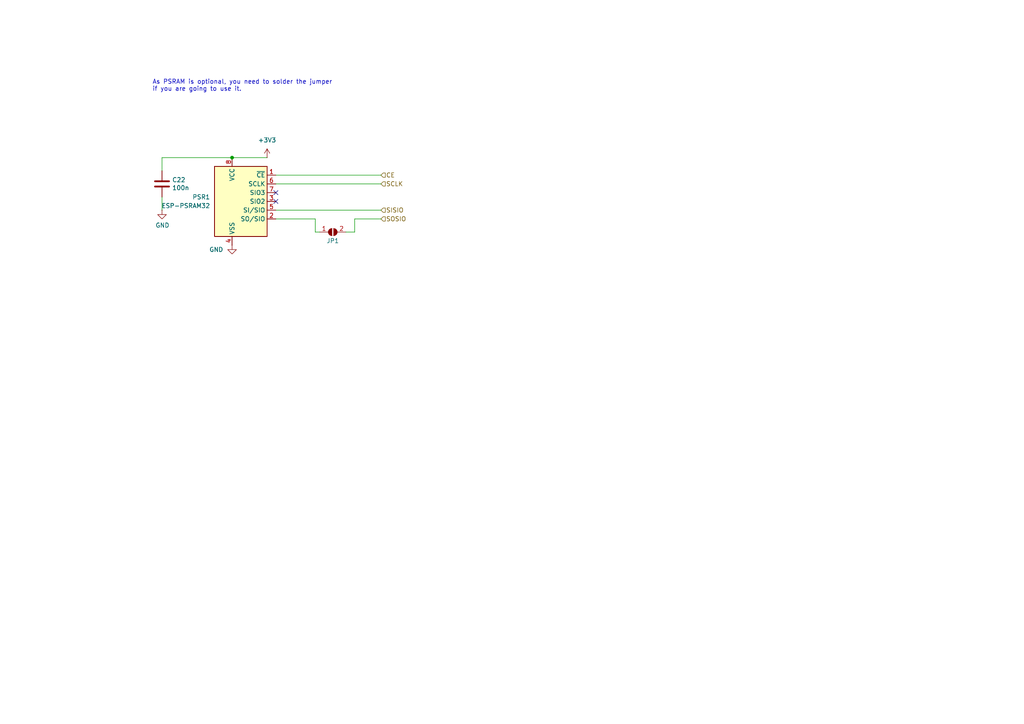
<source format=kicad_sch>
(kicad_sch (version 20231120) (generator "eeschema") (generator_version "8.0")
  (paper "A4")
  (title_block (title "TurboFRANK") (date "2025-02-02") (rev "1.01") (company "Mikhail Matveev") (comment 1 "https://github.com/xtremespb/frank"))
  (lib_symbols
    (symbol "Device:C" (pin_numbers hide) (pin_names (offset 0.254))
      (property "Reference" "C" (at 0.635 2.54 0))
      (property "Value" "C" (at 0.635 -2.54 0))
      (symbol "C_0_1"
        (polyline (pts (xy -2.032 -0.762) (xy 2.032 -0.762)) (stroke (width 0.508)))
        (polyline (pts (xy -2.032 0.762) (xy 2.032 0.762)) (stroke (width 0.508)))
      )
      (symbol "C_1_1"
        (pin passive line (at 0 3.81 270) (length 2.794) (name "~") (number "1"))
        (pin passive line (at 0 -3.81 90) (length 2.794) (name "~") (number "2"))
      )
    )
    (symbol "FRANK:ESP-PSRAM32"
      (property "Reference" "PSR1" (at -8.89 1.2701 0))
      (property "Value" "PSRAM" (at -8.89 -1.2699 0))
      (symbol "ESP-PSRAM32_0_1"
        (rectangle (start -7.62 10.16) (end 7.62 -10.16) (stroke (width 0.254)) (fill (type background)))
      )
      (symbol "ESP-PSRAM32_1_1"
        (pin input line (at 10.16 7.62 180) (length 2.54) (name "~{CE}") (number "1"))
        (pin output line (at 10.16 -5.08 180) (length 2.54) (name "SO/SIO") (number "2"))
        (pin bidirectional line (at 10.16 0 180) (length 2.54) (name "SIO2") (number "3"))
        (pin power_in line (at -2.54 -12.7 90) (length 2.54) (name "VSS") (number "4"))
        (pin input line (at 10.16 -2.54 180) (length 2.54) (name "SI/SIO") (number "5"))
        (pin output line (at 10.16 5.08 180) (length 2.54) (name "SCLK") (number "6"))
        (pin bidirectional line (at 10.16 2.54 180) (length 2.54) (name "SIO3") (number "7"))
        (pin power_in line (at -2.54 12.7 270) (length 2.54) (name "VCC") (number "8"))
      )
    )
    (symbol "GND_1" (power) (pin_numbers hide) (pin_names (offset 0) hide)
      (property "Value" "GND" (at 0 -3.81 0))
      (symbol "GND_1_0_1"
        (polyline (pts (xy 0 0) (xy 0 -1.27) (xy 1.27 -1.27) (xy 0 -2.54) (xy -1.27 -1.27) (xy 0 -1.27)))
      )
      (symbol "GND_1_1_1"
        (pin power_in line (at 0 0 270) (length 0) (name "~") (number "1"))
      )
    )
    (symbol "Jumper:SolderJumper_2_Open" (pin_names (offset 0) hide)
      (property "Reference" "JP" (at 0 2.032 0))
      (property "Value" "SolderJumper_2_Open" (at 0 -2.54 0))
      (symbol "SolderJumper_2_Open_0_1"
        (arc (start -0.254 1.016) (mid -1.2655 0) (end -0.254 -1.016))
        (arc (start -0.254 1.016) (mid -1.2655 0) (end -0.254 -1.016) (fill (type outline)))
        (polyline (pts (xy -0.254 1.016) (xy -0.254 -1.016)))
        (polyline (pts (xy 0.254 1.016) (xy 0.254 -1.016)))
        (arc (start 0.254 -1.016) (mid 1.2655 0) (end 0.254 1.016))
        (arc (start 0.254 -1.016) (mid 1.2655 0) (end 0.254 1.016) (fill (type outline)))
      )
      (symbol "SolderJumper_2_Open_1_1"
        (pin passive line (at -3.81 0 0) (length 2.54) (name "A") (number "1"))
        (pin passive line (at 3.81 0 180) (length 2.54) (name "B") (number "2"))
      )
    )
    (symbol "power:+3V3" (power) (pin_numbers hide) (pin_names (offset 0) hide)
      (property "Value" "+3V3" (at 0 3.556 0))
      (symbol "+3V3_0_1"
        (polyline (pts (xy -0.762 1.27) (xy 0 2.54)))
        (polyline (pts (xy 0 0) (xy 0 2.54)))
        (polyline (pts (xy 0 2.54) (xy 0.762 1.27)))
      )
      (symbol "+3V3_1_1"
        (pin power_in line (at 0 0 90) (length 0) (name "~") (number "1"))
      )
    )
    (symbol "power:GND" (power) (pin_numbers hide) (pin_names (offset 0) hide)
      (property "Value" "GND" (at 0 -3.81 0))
      (symbol "GND_0_1"
        (polyline (pts (xy 0 0) (xy 0 -1.27) (xy 1.27 -1.27) (xy 0 -2.54) (xy -1.27 -1.27) (xy 0 -1.27)))
      )
      (symbol "GND_1_1"
        (pin power_in line (at 0 0 270) (length 0) (name "~") (number "1"))
      )
    )
  )
  (junction (at 67.31 45.72))
  (no_connect (at 80.01 55.88))
  (no_connect (at 80.01 58.42))
  (wire (pts (xy 80.01 50.8) (xy 110.49 50.8)))
  (wire (pts (xy 91.44 67.31) (xy 91.44 63.5)))
  (wire (pts (xy 91.44 67.31) (xy 92.71 67.31)))
  (wire (pts (xy 46.99 45.72) (xy 46.99 49.53)))
  (wire (pts (xy 80.01 53.34) (xy 110.49 53.34)))
  (wire (pts (xy 46.99 45.72) (xy 67.31 45.72)))
  (wire (pts (xy 67.31 45.72) (xy 77.47 45.72)))
  (wire (pts (xy 46.99 57.15) (xy 46.99 60.96)))
  (wire (pts (xy 80.01 60.96) (xy 110.49 60.96)))
  (wire (pts (xy 102.87 67.31) (xy 102.87 63.5)))
  (wire (pts (xy 102.87 63.5) (xy 110.49 63.5)))
  (wire (pts (xy 100.33 67.31) (xy 102.87 67.31)))
  (wire (pts (xy 91.44 63.5) (xy 80.01 63.5)))
  (text "As PSRAM is optional, you need to solder the jumper\nif you are going to use it." (at 44.196 24.892 0) (effects (font (size 1.27 1.27)) (justify left)))
  (hierarchical_label "SISIO" (shape input) (at 110.49 60.96 0))
  (hierarchical_label "CE" (shape input) (at 110.49 50.8 0))
  (hierarchical_label "SCLK" (shape input) (at 110.49 53.34 0))
  (hierarchical_label "SOSIO" (shape input) (at 110.49 63.5 0))
  (symbol (lib_id "power:GND") (at 67.31 71.12 0) (unit 1)
    (property "Reference" "#PWR074" (effects (hide yes)))
    (property "Value" "GND" (at 64.77 72.39 0) (effects (justify right)))
    (property "Description" "Power symbol creates a global label with name \"GND\" , ground" (effects (hide yes)))
  )
  (symbol (lib_id "power:+3V3") (at 77.47 45.72 0) (unit 1)
    (property "Reference" "#PWR072" (effects (hide yes)))
    (property "Value" "+3V3" (at 77.47 40.64 0))
    (property "Description" "Power symbol creates a global label with name \"+3V3\"" (effects (hide yes)))
  )
  (symbol (lib_id "FRANK:ESP-PSRAM32") (at 69.85 58.42 0) (unit 1)
    (property "Reference" "PSR1" (at 60.96 57.1499 0) (effects (justify right)))
    (property "Value" "ESP-PSRAM32" (at 60.96 59.6899 0) (effects (justify right)))
    (property "Footprint" "FRANK:SOIC-8" (effects (hide yes)))
    (property "Datasheet" "https://www.espressif.com/sites/default/files/documentation/esp-psram32_datasheet_en.pdf" (effects (hide yes)))
    (property "AliExpress" "https://www.aliexpress.com/item/1005006440914173.html" (effects (hide yes)))
  )
  (symbol (lib_id "Device:C") (at 46.99 53.34 0) (unit 1)
    (property "Reference" "C22" (at 49.911 52.1716 0) (effects (justify left)))
    (property "Value" "100n" (at 49.911 54.483 0) (effects (justify left)))
    (property "Footprint" "FRANK:Capacitor (0805)" (effects (hide yes)))
    (property "Datasheet" "https://eu.mouser.com/datasheet/2/40/KGM_X7R-3223212.pdf" (effects (hide yes)))
    (property "AliExpress" "https://www.aliexpress.com/item/33008008276.html" (effects (hide yes)))
  )
  (symbol (lib_id "Jumper:SolderJumper_2_Open") (at 96.52 67.31 0) (unit 1)
    (property "Reference" "JP1" (at 96.52 69.85 0))
    (property "Value" "Jumper (Solder)" (effects (hide yes)))
    (property "Footprint" "FRANK:Jumper (solder)" (effects (hide yes)))
    (property "Datasheet" "https://cdn-shop.adafruit.com/product-files/4677/4677_esp-psram64_esp-psram64h_datasheet_en.pdf" (effects (hide yes)))
    (property "AliExpress" "https://www.aliexpress.com/item/1005006454399822.html" (effects (hide yes)))
  )
  (symbol (lib_name "GND_1") (lib_id "power:GND") (at 46.99 60.96 0) (unit 1)
    (property "Reference" "#PWR073" (effects (hide yes)))
    (property "Value" "GND" (at 47.117 65.3542 0))
    (property "Description" "Power symbol creates a global label with name \"GND\" , ground" (effects (hide yes)))
  )
)
</source>
